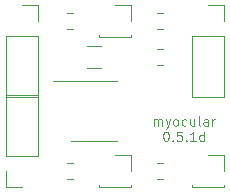
<source format=gto>
%TF.GenerationSoftware,KiCad,Pcbnew,5.1.5+dfsg1-2build2*%
%TF.CreationDate,2021-05-01T03:04:30+02:00*%
%TF.ProjectId,myocular0.5.1d,6d796f63-756c-4617-9230-2e352e31642e,rev?*%
%TF.SameCoordinates,Original*%
%TF.FileFunction,Legend,Top*%
%TF.FilePolarity,Positive*%
%FSLAX46Y46*%
G04 Gerber Fmt 4.6, Leading zero omitted, Abs format (unit mm)*
G04 Created by KiCad (PCBNEW 5.1.5+dfsg1-2build2) date 2021-05-01 03:04:30*
%MOMM*%
%LPD*%
G04 APERTURE LIST*
%ADD10C,0.100000*%
%ADD11C,0.120000*%
%ADD12C,0.150000*%
%ADD13R,1.700000X1.700000*%
%ADD14O,1.700000X1.700000*%
G04 APERTURE END LIST*
D10*
X32010666Y-29175904D02*
X32010666Y-28642571D01*
X32010666Y-28718761D02*
X32048761Y-28680666D01*
X32124952Y-28642571D01*
X32239238Y-28642571D01*
X32315428Y-28680666D01*
X32353523Y-28756857D01*
X32353523Y-29175904D01*
X32353523Y-28756857D02*
X32391619Y-28680666D01*
X32467809Y-28642571D01*
X32582095Y-28642571D01*
X32658285Y-28680666D01*
X32696380Y-28756857D01*
X32696380Y-29175904D01*
X33001142Y-28642571D02*
X33191619Y-29175904D01*
X33382095Y-28642571D02*
X33191619Y-29175904D01*
X33115428Y-29366380D01*
X33077333Y-29404476D01*
X33001142Y-29442571D01*
X33801142Y-29175904D02*
X33724952Y-29137809D01*
X33686857Y-29099714D01*
X33648761Y-29023523D01*
X33648761Y-28794952D01*
X33686857Y-28718761D01*
X33724952Y-28680666D01*
X33801142Y-28642571D01*
X33915428Y-28642571D01*
X33991619Y-28680666D01*
X34029714Y-28718761D01*
X34067809Y-28794952D01*
X34067809Y-29023523D01*
X34029714Y-29099714D01*
X33991619Y-29137809D01*
X33915428Y-29175904D01*
X33801142Y-29175904D01*
X34753523Y-29137809D02*
X34677333Y-29175904D01*
X34524952Y-29175904D01*
X34448761Y-29137809D01*
X34410666Y-29099714D01*
X34372571Y-29023523D01*
X34372571Y-28794952D01*
X34410666Y-28718761D01*
X34448761Y-28680666D01*
X34524952Y-28642571D01*
X34677333Y-28642571D01*
X34753523Y-28680666D01*
X35439238Y-28642571D02*
X35439238Y-29175904D01*
X35096380Y-28642571D02*
X35096380Y-29061619D01*
X35134476Y-29137809D01*
X35210666Y-29175904D01*
X35324952Y-29175904D01*
X35401142Y-29137809D01*
X35439238Y-29099714D01*
X35934476Y-29175904D02*
X35858285Y-29137809D01*
X35820190Y-29061619D01*
X35820190Y-28375904D01*
X36582095Y-29175904D02*
X36582095Y-28756857D01*
X36544000Y-28680666D01*
X36467809Y-28642571D01*
X36315428Y-28642571D01*
X36239238Y-28680666D01*
X36582095Y-29137809D02*
X36505904Y-29175904D01*
X36315428Y-29175904D01*
X36239238Y-29137809D01*
X36201142Y-29061619D01*
X36201142Y-28985428D01*
X36239238Y-28909238D01*
X36315428Y-28871142D01*
X36505904Y-28871142D01*
X36582095Y-28833047D01*
X36963047Y-29175904D02*
X36963047Y-28642571D01*
X36963047Y-28794952D02*
X37001142Y-28718761D01*
X37039238Y-28680666D01*
X37115428Y-28642571D01*
X37191619Y-28642571D01*
X33001142Y-29675904D02*
X33077333Y-29675904D01*
X33153523Y-29714000D01*
X33191619Y-29752095D01*
X33229714Y-29828285D01*
X33267809Y-29980666D01*
X33267809Y-30171142D01*
X33229714Y-30323523D01*
X33191619Y-30399714D01*
X33153523Y-30437809D01*
X33077333Y-30475904D01*
X33001142Y-30475904D01*
X32924952Y-30437809D01*
X32886857Y-30399714D01*
X32848761Y-30323523D01*
X32810666Y-30171142D01*
X32810666Y-29980666D01*
X32848761Y-29828285D01*
X32886857Y-29752095D01*
X32924952Y-29714000D01*
X33001142Y-29675904D01*
X33610666Y-30399714D02*
X33648761Y-30437809D01*
X33610666Y-30475904D01*
X33572571Y-30437809D01*
X33610666Y-30399714D01*
X33610666Y-30475904D01*
X34372571Y-29675904D02*
X33991619Y-29675904D01*
X33953523Y-30056857D01*
X33991619Y-30018761D01*
X34067809Y-29980666D01*
X34258285Y-29980666D01*
X34334476Y-30018761D01*
X34372571Y-30056857D01*
X34410666Y-30133047D01*
X34410666Y-30323523D01*
X34372571Y-30399714D01*
X34334476Y-30437809D01*
X34258285Y-30475904D01*
X34067809Y-30475904D01*
X33991619Y-30437809D01*
X33953523Y-30399714D01*
X34753523Y-30399714D02*
X34791619Y-30437809D01*
X34753523Y-30475904D01*
X34715428Y-30437809D01*
X34753523Y-30399714D01*
X34753523Y-30475904D01*
X35553523Y-30475904D02*
X35096380Y-30475904D01*
X35324952Y-30475904D02*
X35324952Y-29675904D01*
X35248761Y-29790190D01*
X35172571Y-29866380D01*
X35096380Y-29904476D01*
X36239238Y-30475904D02*
X36239238Y-29675904D01*
X36239238Y-30437809D02*
X36163047Y-30475904D01*
X36010666Y-30475904D01*
X35934476Y-30437809D01*
X35896380Y-30399714D01*
X35858285Y-30323523D01*
X35858285Y-30094952D01*
X35896380Y-30018761D01*
X35934476Y-29980666D01*
X36010666Y-29942571D01*
X36163047Y-29942571D01*
X36239238Y-29980666D01*
D11*
X22158000Y-31750000D02*
X19498000Y-31750000D01*
X22158000Y-31750000D02*
X22158000Y-26610000D01*
X22158000Y-26610000D02*
X19498000Y-26610000D01*
X19498000Y-31750000D02*
X19498000Y-26610000D01*
X19498000Y-34350000D02*
X19498000Y-33020000D01*
X20828000Y-34350000D02*
X19498000Y-34350000D01*
X19498000Y-21590000D02*
X22158000Y-21590000D01*
X19498000Y-21590000D02*
X19498000Y-26730000D01*
X19498000Y-26730000D02*
X22158000Y-26730000D01*
X22158000Y-21590000D02*
X22158000Y-26730000D01*
X22158000Y-18990000D02*
X22158000Y-20320000D01*
X20828000Y-18990000D02*
X22158000Y-18990000D01*
X28702000Y-31690000D02*
X30032000Y-31690000D01*
X30032000Y-31690000D02*
X30032000Y-33020000D01*
X30032000Y-34230000D02*
X30032000Y-34350000D01*
X27372000Y-34230000D02*
X27372000Y-34350000D01*
X27372000Y-34350000D02*
X30032000Y-34350000D01*
X26924000Y-30500000D02*
X28874000Y-30500000D01*
X26924000Y-30500000D02*
X24974000Y-30500000D01*
X26924000Y-25380000D02*
X28874000Y-25380000D01*
X26924000Y-25380000D02*
X23474000Y-25380000D01*
X27372000Y-21650000D02*
X30032000Y-21650000D01*
X27372000Y-21530000D02*
X27372000Y-21650000D01*
X30032000Y-21530000D02*
X30032000Y-21650000D01*
X30032000Y-18990000D02*
X30032000Y-20320000D01*
X28702000Y-18990000D02*
X30032000Y-18990000D01*
X36576000Y-18990000D02*
X37906000Y-18990000D01*
X37906000Y-18990000D02*
X37906000Y-20320000D01*
X37906000Y-21590000D02*
X37906000Y-26730000D01*
X35246000Y-26730000D02*
X37906000Y-26730000D01*
X35246000Y-21590000D02*
X35246000Y-26730000D01*
X35246000Y-21590000D02*
X37906000Y-21590000D01*
X35246000Y-34350000D02*
X37906000Y-34350000D01*
X35246000Y-34230000D02*
X35246000Y-34350000D01*
X37906000Y-34230000D02*
X37906000Y-34350000D01*
X37906000Y-31690000D02*
X37906000Y-33020000D01*
X36576000Y-31690000D02*
X37906000Y-31690000D01*
X32253422Y-32310000D02*
X32770578Y-32310000D01*
X32253422Y-33730000D02*
X32770578Y-33730000D01*
X32253422Y-19610000D02*
X32770578Y-19610000D01*
X32253422Y-21030000D02*
X32770578Y-21030000D01*
X26321936Y-22458000D02*
X27526064Y-22458000D01*
X26321936Y-24278000D02*
X27526064Y-24278000D01*
X24633422Y-32310000D02*
X25150578Y-32310000D01*
X24633422Y-33730000D02*
X25150578Y-33730000D01*
X32253422Y-22658000D02*
X32770578Y-22658000D01*
X32253422Y-24078000D02*
X32770578Y-24078000D01*
X24633422Y-21030000D02*
X25150578Y-21030000D01*
X24633422Y-19610000D02*
X25150578Y-19610000D01*
D12*
%LPC*%
D13*
X20828000Y-33020000D03*
D14*
X20828000Y-30480000D03*
X20828000Y-27940000D03*
D13*
X20828000Y-20320000D03*
D14*
X20828000Y-22860000D03*
X20828000Y-25400000D03*
D13*
X28702000Y-33020000D03*
D10*
G36*
X25288703Y-25735722D02*
G01*
X25303264Y-25737882D01*
X25317543Y-25741459D01*
X25331403Y-25746418D01*
X25344710Y-25752712D01*
X25357336Y-25760280D01*
X25369159Y-25769048D01*
X25380066Y-25778934D01*
X25389952Y-25789841D01*
X25398720Y-25801664D01*
X25406288Y-25814290D01*
X25412582Y-25827597D01*
X25417541Y-25841457D01*
X25421118Y-25855736D01*
X25423278Y-25870297D01*
X25424000Y-25885000D01*
X25424000Y-26185000D01*
X25423278Y-26199703D01*
X25421118Y-26214264D01*
X25417541Y-26228543D01*
X25412582Y-26242403D01*
X25406288Y-26255710D01*
X25398720Y-26268336D01*
X25389952Y-26280159D01*
X25380066Y-26291066D01*
X25369159Y-26300952D01*
X25357336Y-26309720D01*
X25344710Y-26317288D01*
X25331403Y-26323582D01*
X25317543Y-26328541D01*
X25303264Y-26332118D01*
X25288703Y-26334278D01*
X25274000Y-26335000D01*
X23624000Y-26335000D01*
X23609297Y-26334278D01*
X23594736Y-26332118D01*
X23580457Y-26328541D01*
X23566597Y-26323582D01*
X23553290Y-26317288D01*
X23540664Y-26309720D01*
X23528841Y-26300952D01*
X23517934Y-26291066D01*
X23508048Y-26280159D01*
X23499280Y-26268336D01*
X23491712Y-26255710D01*
X23485418Y-26242403D01*
X23480459Y-26228543D01*
X23476882Y-26214264D01*
X23474722Y-26199703D01*
X23474000Y-26185000D01*
X23474000Y-25885000D01*
X23474722Y-25870297D01*
X23476882Y-25855736D01*
X23480459Y-25841457D01*
X23485418Y-25827597D01*
X23491712Y-25814290D01*
X23499280Y-25801664D01*
X23508048Y-25789841D01*
X23517934Y-25778934D01*
X23528841Y-25769048D01*
X23540664Y-25760280D01*
X23553290Y-25752712D01*
X23566597Y-25746418D01*
X23580457Y-25741459D01*
X23594736Y-25737882D01*
X23609297Y-25735722D01*
X23624000Y-25735000D01*
X25274000Y-25735000D01*
X25288703Y-25735722D01*
G37*
G36*
X25288703Y-27005722D02*
G01*
X25303264Y-27007882D01*
X25317543Y-27011459D01*
X25331403Y-27016418D01*
X25344710Y-27022712D01*
X25357336Y-27030280D01*
X25369159Y-27039048D01*
X25380066Y-27048934D01*
X25389952Y-27059841D01*
X25398720Y-27071664D01*
X25406288Y-27084290D01*
X25412582Y-27097597D01*
X25417541Y-27111457D01*
X25421118Y-27125736D01*
X25423278Y-27140297D01*
X25424000Y-27155000D01*
X25424000Y-27455000D01*
X25423278Y-27469703D01*
X25421118Y-27484264D01*
X25417541Y-27498543D01*
X25412582Y-27512403D01*
X25406288Y-27525710D01*
X25398720Y-27538336D01*
X25389952Y-27550159D01*
X25380066Y-27561066D01*
X25369159Y-27570952D01*
X25357336Y-27579720D01*
X25344710Y-27587288D01*
X25331403Y-27593582D01*
X25317543Y-27598541D01*
X25303264Y-27602118D01*
X25288703Y-27604278D01*
X25274000Y-27605000D01*
X23624000Y-27605000D01*
X23609297Y-27604278D01*
X23594736Y-27602118D01*
X23580457Y-27598541D01*
X23566597Y-27593582D01*
X23553290Y-27587288D01*
X23540664Y-27579720D01*
X23528841Y-27570952D01*
X23517934Y-27561066D01*
X23508048Y-27550159D01*
X23499280Y-27538336D01*
X23491712Y-27525710D01*
X23485418Y-27512403D01*
X23480459Y-27498543D01*
X23476882Y-27484264D01*
X23474722Y-27469703D01*
X23474000Y-27455000D01*
X23474000Y-27155000D01*
X23474722Y-27140297D01*
X23476882Y-27125736D01*
X23480459Y-27111457D01*
X23485418Y-27097597D01*
X23491712Y-27084290D01*
X23499280Y-27071664D01*
X23508048Y-27059841D01*
X23517934Y-27048934D01*
X23528841Y-27039048D01*
X23540664Y-27030280D01*
X23553290Y-27022712D01*
X23566597Y-27016418D01*
X23580457Y-27011459D01*
X23594736Y-27007882D01*
X23609297Y-27005722D01*
X23624000Y-27005000D01*
X25274000Y-27005000D01*
X25288703Y-27005722D01*
G37*
G36*
X25288703Y-28275722D02*
G01*
X25303264Y-28277882D01*
X25317543Y-28281459D01*
X25331403Y-28286418D01*
X25344710Y-28292712D01*
X25357336Y-28300280D01*
X25369159Y-28309048D01*
X25380066Y-28318934D01*
X25389952Y-28329841D01*
X25398720Y-28341664D01*
X25406288Y-28354290D01*
X25412582Y-28367597D01*
X25417541Y-28381457D01*
X25421118Y-28395736D01*
X25423278Y-28410297D01*
X25424000Y-28425000D01*
X25424000Y-28725000D01*
X25423278Y-28739703D01*
X25421118Y-28754264D01*
X25417541Y-28768543D01*
X25412582Y-28782403D01*
X25406288Y-28795710D01*
X25398720Y-28808336D01*
X25389952Y-28820159D01*
X25380066Y-28831066D01*
X25369159Y-28840952D01*
X25357336Y-28849720D01*
X25344710Y-28857288D01*
X25331403Y-28863582D01*
X25317543Y-28868541D01*
X25303264Y-28872118D01*
X25288703Y-28874278D01*
X25274000Y-28875000D01*
X23624000Y-28875000D01*
X23609297Y-28874278D01*
X23594736Y-28872118D01*
X23580457Y-28868541D01*
X23566597Y-28863582D01*
X23553290Y-28857288D01*
X23540664Y-28849720D01*
X23528841Y-28840952D01*
X23517934Y-28831066D01*
X23508048Y-28820159D01*
X23499280Y-28808336D01*
X23491712Y-28795710D01*
X23485418Y-28782403D01*
X23480459Y-28768543D01*
X23476882Y-28754264D01*
X23474722Y-28739703D01*
X23474000Y-28725000D01*
X23474000Y-28425000D01*
X23474722Y-28410297D01*
X23476882Y-28395736D01*
X23480459Y-28381457D01*
X23485418Y-28367597D01*
X23491712Y-28354290D01*
X23499280Y-28341664D01*
X23508048Y-28329841D01*
X23517934Y-28318934D01*
X23528841Y-28309048D01*
X23540664Y-28300280D01*
X23553290Y-28292712D01*
X23566597Y-28286418D01*
X23580457Y-28281459D01*
X23594736Y-28277882D01*
X23609297Y-28275722D01*
X23624000Y-28275000D01*
X25274000Y-28275000D01*
X25288703Y-28275722D01*
G37*
G36*
X25288703Y-29545722D02*
G01*
X25303264Y-29547882D01*
X25317543Y-29551459D01*
X25331403Y-29556418D01*
X25344710Y-29562712D01*
X25357336Y-29570280D01*
X25369159Y-29579048D01*
X25380066Y-29588934D01*
X25389952Y-29599841D01*
X25398720Y-29611664D01*
X25406288Y-29624290D01*
X25412582Y-29637597D01*
X25417541Y-29651457D01*
X25421118Y-29665736D01*
X25423278Y-29680297D01*
X25424000Y-29695000D01*
X25424000Y-29995000D01*
X25423278Y-30009703D01*
X25421118Y-30024264D01*
X25417541Y-30038543D01*
X25412582Y-30052403D01*
X25406288Y-30065710D01*
X25398720Y-30078336D01*
X25389952Y-30090159D01*
X25380066Y-30101066D01*
X25369159Y-30110952D01*
X25357336Y-30119720D01*
X25344710Y-30127288D01*
X25331403Y-30133582D01*
X25317543Y-30138541D01*
X25303264Y-30142118D01*
X25288703Y-30144278D01*
X25274000Y-30145000D01*
X23624000Y-30145000D01*
X23609297Y-30144278D01*
X23594736Y-30142118D01*
X23580457Y-30138541D01*
X23566597Y-30133582D01*
X23553290Y-30127288D01*
X23540664Y-30119720D01*
X23528841Y-30110952D01*
X23517934Y-30101066D01*
X23508048Y-30090159D01*
X23499280Y-30078336D01*
X23491712Y-30065710D01*
X23485418Y-30052403D01*
X23480459Y-30038543D01*
X23476882Y-30024264D01*
X23474722Y-30009703D01*
X23474000Y-29995000D01*
X23474000Y-29695000D01*
X23474722Y-29680297D01*
X23476882Y-29665736D01*
X23480459Y-29651457D01*
X23485418Y-29637597D01*
X23491712Y-29624290D01*
X23499280Y-29611664D01*
X23508048Y-29599841D01*
X23517934Y-29588934D01*
X23528841Y-29579048D01*
X23540664Y-29570280D01*
X23553290Y-29562712D01*
X23566597Y-29556418D01*
X23580457Y-29551459D01*
X23594736Y-29547882D01*
X23609297Y-29545722D01*
X23624000Y-29545000D01*
X25274000Y-29545000D01*
X25288703Y-29545722D01*
G37*
G36*
X30238703Y-29545722D02*
G01*
X30253264Y-29547882D01*
X30267543Y-29551459D01*
X30281403Y-29556418D01*
X30294710Y-29562712D01*
X30307336Y-29570280D01*
X30319159Y-29579048D01*
X30330066Y-29588934D01*
X30339952Y-29599841D01*
X30348720Y-29611664D01*
X30356288Y-29624290D01*
X30362582Y-29637597D01*
X30367541Y-29651457D01*
X30371118Y-29665736D01*
X30373278Y-29680297D01*
X30374000Y-29695000D01*
X30374000Y-29995000D01*
X30373278Y-30009703D01*
X30371118Y-30024264D01*
X30367541Y-30038543D01*
X30362582Y-30052403D01*
X30356288Y-30065710D01*
X30348720Y-30078336D01*
X30339952Y-30090159D01*
X30330066Y-30101066D01*
X30319159Y-30110952D01*
X30307336Y-30119720D01*
X30294710Y-30127288D01*
X30281403Y-30133582D01*
X30267543Y-30138541D01*
X30253264Y-30142118D01*
X30238703Y-30144278D01*
X30224000Y-30145000D01*
X28574000Y-30145000D01*
X28559297Y-30144278D01*
X28544736Y-30142118D01*
X28530457Y-30138541D01*
X28516597Y-30133582D01*
X28503290Y-30127288D01*
X28490664Y-30119720D01*
X28478841Y-30110952D01*
X28467934Y-30101066D01*
X28458048Y-30090159D01*
X28449280Y-30078336D01*
X28441712Y-30065710D01*
X28435418Y-30052403D01*
X28430459Y-30038543D01*
X28426882Y-30024264D01*
X28424722Y-30009703D01*
X28424000Y-29995000D01*
X28424000Y-29695000D01*
X28424722Y-29680297D01*
X28426882Y-29665736D01*
X28430459Y-29651457D01*
X28435418Y-29637597D01*
X28441712Y-29624290D01*
X28449280Y-29611664D01*
X28458048Y-29599841D01*
X28467934Y-29588934D01*
X28478841Y-29579048D01*
X28490664Y-29570280D01*
X28503290Y-29562712D01*
X28516597Y-29556418D01*
X28530457Y-29551459D01*
X28544736Y-29547882D01*
X28559297Y-29545722D01*
X28574000Y-29545000D01*
X30224000Y-29545000D01*
X30238703Y-29545722D01*
G37*
G36*
X30238703Y-28275722D02*
G01*
X30253264Y-28277882D01*
X30267543Y-28281459D01*
X30281403Y-28286418D01*
X30294710Y-28292712D01*
X30307336Y-28300280D01*
X30319159Y-28309048D01*
X30330066Y-28318934D01*
X30339952Y-28329841D01*
X30348720Y-28341664D01*
X30356288Y-28354290D01*
X30362582Y-28367597D01*
X30367541Y-28381457D01*
X30371118Y-28395736D01*
X30373278Y-28410297D01*
X30374000Y-28425000D01*
X30374000Y-28725000D01*
X30373278Y-28739703D01*
X30371118Y-28754264D01*
X30367541Y-28768543D01*
X30362582Y-28782403D01*
X30356288Y-28795710D01*
X30348720Y-28808336D01*
X30339952Y-28820159D01*
X30330066Y-28831066D01*
X30319159Y-28840952D01*
X30307336Y-28849720D01*
X30294710Y-28857288D01*
X30281403Y-28863582D01*
X30267543Y-28868541D01*
X30253264Y-28872118D01*
X30238703Y-28874278D01*
X30224000Y-28875000D01*
X28574000Y-28875000D01*
X28559297Y-28874278D01*
X28544736Y-28872118D01*
X28530457Y-28868541D01*
X28516597Y-28863582D01*
X28503290Y-28857288D01*
X28490664Y-28849720D01*
X28478841Y-28840952D01*
X28467934Y-28831066D01*
X28458048Y-28820159D01*
X28449280Y-28808336D01*
X28441712Y-28795710D01*
X28435418Y-28782403D01*
X28430459Y-28768543D01*
X28426882Y-28754264D01*
X28424722Y-28739703D01*
X28424000Y-28725000D01*
X28424000Y-28425000D01*
X28424722Y-28410297D01*
X28426882Y-28395736D01*
X28430459Y-28381457D01*
X28435418Y-28367597D01*
X28441712Y-28354290D01*
X28449280Y-28341664D01*
X28458048Y-28329841D01*
X28467934Y-28318934D01*
X28478841Y-28309048D01*
X28490664Y-28300280D01*
X28503290Y-28292712D01*
X28516597Y-28286418D01*
X28530457Y-28281459D01*
X28544736Y-28277882D01*
X28559297Y-28275722D01*
X28574000Y-28275000D01*
X30224000Y-28275000D01*
X30238703Y-28275722D01*
G37*
G36*
X30238703Y-27005722D02*
G01*
X30253264Y-27007882D01*
X30267543Y-27011459D01*
X30281403Y-27016418D01*
X30294710Y-27022712D01*
X30307336Y-27030280D01*
X30319159Y-27039048D01*
X30330066Y-27048934D01*
X30339952Y-27059841D01*
X30348720Y-27071664D01*
X30356288Y-27084290D01*
X30362582Y-27097597D01*
X30367541Y-27111457D01*
X30371118Y-27125736D01*
X30373278Y-27140297D01*
X30374000Y-27155000D01*
X30374000Y-27455000D01*
X30373278Y-27469703D01*
X30371118Y-27484264D01*
X30367541Y-27498543D01*
X30362582Y-27512403D01*
X30356288Y-27525710D01*
X30348720Y-27538336D01*
X30339952Y-27550159D01*
X30330066Y-27561066D01*
X30319159Y-27570952D01*
X30307336Y-27579720D01*
X30294710Y-27587288D01*
X30281403Y-27593582D01*
X30267543Y-27598541D01*
X30253264Y-27602118D01*
X30238703Y-27604278D01*
X30224000Y-27605000D01*
X28574000Y-27605000D01*
X28559297Y-27604278D01*
X28544736Y-27602118D01*
X28530457Y-27598541D01*
X28516597Y-27593582D01*
X28503290Y-27587288D01*
X28490664Y-27579720D01*
X28478841Y-27570952D01*
X28467934Y-27561066D01*
X28458048Y-27550159D01*
X28449280Y-27538336D01*
X28441712Y-27525710D01*
X28435418Y-27512403D01*
X28430459Y-27498543D01*
X28426882Y-27484264D01*
X28424722Y-27469703D01*
X28424000Y-27455000D01*
X28424000Y-27155000D01*
X28424722Y-27140297D01*
X28426882Y-27125736D01*
X28430459Y-27111457D01*
X28435418Y-27097597D01*
X28441712Y-27084290D01*
X28449280Y-27071664D01*
X28458048Y-27059841D01*
X28467934Y-27048934D01*
X28478841Y-27039048D01*
X28490664Y-27030280D01*
X28503290Y-27022712D01*
X28516597Y-27016418D01*
X28530457Y-27011459D01*
X28544736Y-27007882D01*
X28559297Y-27005722D01*
X28574000Y-27005000D01*
X30224000Y-27005000D01*
X30238703Y-27005722D01*
G37*
G36*
X30238703Y-25735722D02*
G01*
X30253264Y-25737882D01*
X30267543Y-25741459D01*
X30281403Y-25746418D01*
X30294710Y-25752712D01*
X30307336Y-25760280D01*
X30319159Y-25769048D01*
X30330066Y-25778934D01*
X30339952Y-25789841D01*
X30348720Y-25801664D01*
X30356288Y-25814290D01*
X30362582Y-25827597D01*
X30367541Y-25841457D01*
X30371118Y-25855736D01*
X30373278Y-25870297D01*
X30374000Y-25885000D01*
X30374000Y-26185000D01*
X30373278Y-26199703D01*
X30371118Y-26214264D01*
X30367541Y-26228543D01*
X30362582Y-26242403D01*
X30356288Y-26255710D01*
X30348720Y-26268336D01*
X30339952Y-26280159D01*
X30330066Y-26291066D01*
X30319159Y-26300952D01*
X30307336Y-26309720D01*
X30294710Y-26317288D01*
X30281403Y-26323582D01*
X30267543Y-26328541D01*
X30253264Y-26332118D01*
X30238703Y-26334278D01*
X30224000Y-26335000D01*
X28574000Y-26335000D01*
X28559297Y-26334278D01*
X28544736Y-26332118D01*
X28530457Y-26328541D01*
X28516597Y-26323582D01*
X28503290Y-26317288D01*
X28490664Y-26309720D01*
X28478841Y-26300952D01*
X28467934Y-26291066D01*
X28458048Y-26280159D01*
X28449280Y-26268336D01*
X28441712Y-26255710D01*
X28435418Y-26242403D01*
X28430459Y-26228543D01*
X28426882Y-26214264D01*
X28424722Y-26199703D01*
X28424000Y-26185000D01*
X28424000Y-25885000D01*
X28424722Y-25870297D01*
X28426882Y-25855736D01*
X28430459Y-25841457D01*
X28435418Y-25827597D01*
X28441712Y-25814290D01*
X28449280Y-25801664D01*
X28458048Y-25789841D01*
X28467934Y-25778934D01*
X28478841Y-25769048D01*
X28490664Y-25760280D01*
X28503290Y-25752712D01*
X28516597Y-25746418D01*
X28530457Y-25741459D01*
X28544736Y-25737882D01*
X28559297Y-25735722D01*
X28574000Y-25735000D01*
X30224000Y-25735000D01*
X30238703Y-25735722D01*
G37*
D13*
X28702000Y-20320000D03*
D14*
X36576000Y-25400000D03*
X36576000Y-22860000D03*
D13*
X36576000Y-20320000D03*
X36576000Y-33020000D03*
D10*
G36*
X31842142Y-32321174D02*
G01*
X31865803Y-32324684D01*
X31889007Y-32330496D01*
X31911529Y-32338554D01*
X31933153Y-32348782D01*
X31953670Y-32361079D01*
X31972883Y-32375329D01*
X31990607Y-32391393D01*
X32006671Y-32409117D01*
X32020921Y-32428330D01*
X32033218Y-32448847D01*
X32043446Y-32470471D01*
X32051504Y-32492993D01*
X32057316Y-32516197D01*
X32060826Y-32539858D01*
X32062000Y-32563750D01*
X32062000Y-33476250D01*
X32060826Y-33500142D01*
X32057316Y-33523803D01*
X32051504Y-33547007D01*
X32043446Y-33569529D01*
X32033218Y-33591153D01*
X32020921Y-33611670D01*
X32006671Y-33630883D01*
X31990607Y-33648607D01*
X31972883Y-33664671D01*
X31953670Y-33678921D01*
X31933153Y-33691218D01*
X31911529Y-33701446D01*
X31889007Y-33709504D01*
X31865803Y-33715316D01*
X31842142Y-33718826D01*
X31818250Y-33720000D01*
X31330750Y-33720000D01*
X31306858Y-33718826D01*
X31283197Y-33715316D01*
X31259993Y-33709504D01*
X31237471Y-33701446D01*
X31215847Y-33691218D01*
X31195330Y-33678921D01*
X31176117Y-33664671D01*
X31158393Y-33648607D01*
X31142329Y-33630883D01*
X31128079Y-33611670D01*
X31115782Y-33591153D01*
X31105554Y-33569529D01*
X31097496Y-33547007D01*
X31091684Y-33523803D01*
X31088174Y-33500142D01*
X31087000Y-33476250D01*
X31087000Y-32563750D01*
X31088174Y-32539858D01*
X31091684Y-32516197D01*
X31097496Y-32492993D01*
X31105554Y-32470471D01*
X31115782Y-32448847D01*
X31128079Y-32428330D01*
X31142329Y-32409117D01*
X31158393Y-32391393D01*
X31176117Y-32375329D01*
X31195330Y-32361079D01*
X31215847Y-32348782D01*
X31237471Y-32338554D01*
X31259993Y-32330496D01*
X31283197Y-32324684D01*
X31306858Y-32321174D01*
X31330750Y-32320000D01*
X31818250Y-32320000D01*
X31842142Y-32321174D01*
G37*
G36*
X33717142Y-32321174D02*
G01*
X33740803Y-32324684D01*
X33764007Y-32330496D01*
X33786529Y-32338554D01*
X33808153Y-32348782D01*
X33828670Y-32361079D01*
X33847883Y-32375329D01*
X33865607Y-32391393D01*
X33881671Y-32409117D01*
X33895921Y-32428330D01*
X33908218Y-32448847D01*
X33918446Y-32470471D01*
X33926504Y-32492993D01*
X33932316Y-32516197D01*
X33935826Y-32539858D01*
X33937000Y-32563750D01*
X33937000Y-33476250D01*
X33935826Y-33500142D01*
X33932316Y-33523803D01*
X33926504Y-33547007D01*
X33918446Y-33569529D01*
X33908218Y-33591153D01*
X33895921Y-33611670D01*
X33881671Y-33630883D01*
X33865607Y-33648607D01*
X33847883Y-33664671D01*
X33828670Y-33678921D01*
X33808153Y-33691218D01*
X33786529Y-33701446D01*
X33764007Y-33709504D01*
X33740803Y-33715316D01*
X33717142Y-33718826D01*
X33693250Y-33720000D01*
X33205750Y-33720000D01*
X33181858Y-33718826D01*
X33158197Y-33715316D01*
X33134993Y-33709504D01*
X33112471Y-33701446D01*
X33090847Y-33691218D01*
X33070330Y-33678921D01*
X33051117Y-33664671D01*
X33033393Y-33648607D01*
X33017329Y-33630883D01*
X33003079Y-33611670D01*
X32990782Y-33591153D01*
X32980554Y-33569529D01*
X32972496Y-33547007D01*
X32966684Y-33523803D01*
X32963174Y-33500142D01*
X32962000Y-33476250D01*
X32962000Y-32563750D01*
X32963174Y-32539858D01*
X32966684Y-32516197D01*
X32972496Y-32492993D01*
X32980554Y-32470471D01*
X32990782Y-32448847D01*
X33003079Y-32428330D01*
X33017329Y-32409117D01*
X33033393Y-32391393D01*
X33051117Y-32375329D01*
X33070330Y-32361079D01*
X33090847Y-32348782D01*
X33112471Y-32338554D01*
X33134993Y-32330496D01*
X33158197Y-32324684D01*
X33181858Y-32321174D01*
X33205750Y-32320000D01*
X33693250Y-32320000D01*
X33717142Y-32321174D01*
G37*
G36*
X31842142Y-19621174D02*
G01*
X31865803Y-19624684D01*
X31889007Y-19630496D01*
X31911529Y-19638554D01*
X31933153Y-19648782D01*
X31953670Y-19661079D01*
X31972883Y-19675329D01*
X31990607Y-19691393D01*
X32006671Y-19709117D01*
X32020921Y-19728330D01*
X32033218Y-19748847D01*
X32043446Y-19770471D01*
X32051504Y-19792993D01*
X32057316Y-19816197D01*
X32060826Y-19839858D01*
X32062000Y-19863750D01*
X32062000Y-20776250D01*
X32060826Y-20800142D01*
X32057316Y-20823803D01*
X32051504Y-20847007D01*
X32043446Y-20869529D01*
X32033218Y-20891153D01*
X32020921Y-20911670D01*
X32006671Y-20930883D01*
X31990607Y-20948607D01*
X31972883Y-20964671D01*
X31953670Y-20978921D01*
X31933153Y-20991218D01*
X31911529Y-21001446D01*
X31889007Y-21009504D01*
X31865803Y-21015316D01*
X31842142Y-21018826D01*
X31818250Y-21020000D01*
X31330750Y-21020000D01*
X31306858Y-21018826D01*
X31283197Y-21015316D01*
X31259993Y-21009504D01*
X31237471Y-21001446D01*
X31215847Y-20991218D01*
X31195330Y-20978921D01*
X31176117Y-20964671D01*
X31158393Y-20948607D01*
X31142329Y-20930883D01*
X31128079Y-20911670D01*
X31115782Y-20891153D01*
X31105554Y-20869529D01*
X31097496Y-20847007D01*
X31091684Y-20823803D01*
X31088174Y-20800142D01*
X31087000Y-20776250D01*
X31087000Y-19863750D01*
X31088174Y-19839858D01*
X31091684Y-19816197D01*
X31097496Y-19792993D01*
X31105554Y-19770471D01*
X31115782Y-19748847D01*
X31128079Y-19728330D01*
X31142329Y-19709117D01*
X31158393Y-19691393D01*
X31176117Y-19675329D01*
X31195330Y-19661079D01*
X31215847Y-19648782D01*
X31237471Y-19638554D01*
X31259993Y-19630496D01*
X31283197Y-19624684D01*
X31306858Y-19621174D01*
X31330750Y-19620000D01*
X31818250Y-19620000D01*
X31842142Y-19621174D01*
G37*
G36*
X33717142Y-19621174D02*
G01*
X33740803Y-19624684D01*
X33764007Y-19630496D01*
X33786529Y-19638554D01*
X33808153Y-19648782D01*
X33828670Y-19661079D01*
X33847883Y-19675329D01*
X33865607Y-19691393D01*
X33881671Y-19709117D01*
X33895921Y-19728330D01*
X33908218Y-19748847D01*
X33918446Y-19770471D01*
X33926504Y-19792993D01*
X33932316Y-19816197D01*
X33935826Y-19839858D01*
X33937000Y-19863750D01*
X33937000Y-20776250D01*
X33935826Y-20800142D01*
X33932316Y-20823803D01*
X33926504Y-20847007D01*
X33918446Y-20869529D01*
X33908218Y-20891153D01*
X33895921Y-20911670D01*
X33881671Y-20930883D01*
X33865607Y-20948607D01*
X33847883Y-20964671D01*
X33828670Y-20978921D01*
X33808153Y-20991218D01*
X33786529Y-21001446D01*
X33764007Y-21009504D01*
X33740803Y-21015316D01*
X33717142Y-21018826D01*
X33693250Y-21020000D01*
X33205750Y-21020000D01*
X33181858Y-21018826D01*
X33158197Y-21015316D01*
X33134993Y-21009504D01*
X33112471Y-21001446D01*
X33090847Y-20991218D01*
X33070330Y-20978921D01*
X33051117Y-20964671D01*
X33033393Y-20948607D01*
X33017329Y-20930883D01*
X33003079Y-20911670D01*
X32990782Y-20891153D01*
X32980554Y-20869529D01*
X32972496Y-20847007D01*
X32966684Y-20823803D01*
X32963174Y-20800142D01*
X32962000Y-20776250D01*
X32962000Y-19863750D01*
X32963174Y-19839858D01*
X32966684Y-19816197D01*
X32972496Y-19792993D01*
X32980554Y-19770471D01*
X32990782Y-19748847D01*
X33003079Y-19728330D01*
X33017329Y-19709117D01*
X33033393Y-19691393D01*
X33051117Y-19675329D01*
X33070330Y-19661079D01*
X33090847Y-19648782D01*
X33112471Y-19638554D01*
X33134993Y-19630496D01*
X33158197Y-19624684D01*
X33181858Y-19621174D01*
X33205750Y-19620000D01*
X33693250Y-19620000D01*
X33717142Y-19621174D01*
G37*
G36*
X25923504Y-22494204D02*
G01*
X25947773Y-22497804D01*
X25971571Y-22503765D01*
X25994671Y-22512030D01*
X26016849Y-22522520D01*
X26037893Y-22535133D01*
X26057598Y-22549747D01*
X26075777Y-22566223D01*
X26092253Y-22584402D01*
X26106867Y-22604107D01*
X26119480Y-22625151D01*
X26129970Y-22647329D01*
X26138235Y-22670429D01*
X26144196Y-22694227D01*
X26147796Y-22718496D01*
X26149000Y-22743000D01*
X26149000Y-23993000D01*
X26147796Y-24017504D01*
X26144196Y-24041773D01*
X26138235Y-24065571D01*
X26129970Y-24088671D01*
X26119480Y-24110849D01*
X26106867Y-24131893D01*
X26092253Y-24151598D01*
X26075777Y-24169777D01*
X26057598Y-24186253D01*
X26037893Y-24200867D01*
X26016849Y-24213480D01*
X25994671Y-24223970D01*
X25971571Y-24232235D01*
X25947773Y-24238196D01*
X25923504Y-24241796D01*
X25899000Y-24243000D01*
X25149000Y-24243000D01*
X25124496Y-24241796D01*
X25100227Y-24238196D01*
X25076429Y-24232235D01*
X25053329Y-24223970D01*
X25031151Y-24213480D01*
X25010107Y-24200867D01*
X24990402Y-24186253D01*
X24972223Y-24169777D01*
X24955747Y-24151598D01*
X24941133Y-24131893D01*
X24928520Y-24110849D01*
X24918030Y-24088671D01*
X24909765Y-24065571D01*
X24903804Y-24041773D01*
X24900204Y-24017504D01*
X24899000Y-23993000D01*
X24899000Y-22743000D01*
X24900204Y-22718496D01*
X24903804Y-22694227D01*
X24909765Y-22670429D01*
X24918030Y-22647329D01*
X24928520Y-22625151D01*
X24941133Y-22604107D01*
X24955747Y-22584402D01*
X24972223Y-22566223D01*
X24990402Y-22549747D01*
X25010107Y-22535133D01*
X25031151Y-22522520D01*
X25053329Y-22512030D01*
X25076429Y-22503765D01*
X25100227Y-22497804D01*
X25124496Y-22494204D01*
X25149000Y-22493000D01*
X25899000Y-22493000D01*
X25923504Y-22494204D01*
G37*
G36*
X28723504Y-22494204D02*
G01*
X28747773Y-22497804D01*
X28771571Y-22503765D01*
X28794671Y-22512030D01*
X28816849Y-22522520D01*
X28837893Y-22535133D01*
X28857598Y-22549747D01*
X28875777Y-22566223D01*
X28892253Y-22584402D01*
X28906867Y-22604107D01*
X28919480Y-22625151D01*
X28929970Y-22647329D01*
X28938235Y-22670429D01*
X28944196Y-22694227D01*
X28947796Y-22718496D01*
X28949000Y-22743000D01*
X28949000Y-23993000D01*
X28947796Y-24017504D01*
X28944196Y-24041773D01*
X28938235Y-24065571D01*
X28929970Y-24088671D01*
X28919480Y-24110849D01*
X28906867Y-24131893D01*
X28892253Y-24151598D01*
X28875777Y-24169777D01*
X28857598Y-24186253D01*
X28837893Y-24200867D01*
X28816849Y-24213480D01*
X28794671Y-24223970D01*
X28771571Y-24232235D01*
X28747773Y-24238196D01*
X28723504Y-24241796D01*
X28699000Y-24243000D01*
X27949000Y-24243000D01*
X27924496Y-24241796D01*
X27900227Y-24238196D01*
X27876429Y-24232235D01*
X27853329Y-24223970D01*
X27831151Y-24213480D01*
X27810107Y-24200867D01*
X27790402Y-24186253D01*
X27772223Y-24169777D01*
X27755747Y-24151598D01*
X27741133Y-24131893D01*
X27728520Y-24110849D01*
X27718030Y-24088671D01*
X27709765Y-24065571D01*
X27703804Y-24041773D01*
X27700204Y-24017504D01*
X27699000Y-23993000D01*
X27699000Y-22743000D01*
X27700204Y-22718496D01*
X27703804Y-22694227D01*
X27709765Y-22670429D01*
X27718030Y-22647329D01*
X27728520Y-22625151D01*
X27741133Y-22604107D01*
X27755747Y-22584402D01*
X27772223Y-22566223D01*
X27790402Y-22549747D01*
X27810107Y-22535133D01*
X27831151Y-22522520D01*
X27853329Y-22512030D01*
X27876429Y-22503765D01*
X27900227Y-22497804D01*
X27924496Y-22494204D01*
X27949000Y-22493000D01*
X28699000Y-22493000D01*
X28723504Y-22494204D01*
G37*
G36*
X24222142Y-32321174D02*
G01*
X24245803Y-32324684D01*
X24269007Y-32330496D01*
X24291529Y-32338554D01*
X24313153Y-32348782D01*
X24333670Y-32361079D01*
X24352883Y-32375329D01*
X24370607Y-32391393D01*
X24386671Y-32409117D01*
X24400921Y-32428330D01*
X24413218Y-32448847D01*
X24423446Y-32470471D01*
X24431504Y-32492993D01*
X24437316Y-32516197D01*
X24440826Y-32539858D01*
X24442000Y-32563750D01*
X24442000Y-33476250D01*
X24440826Y-33500142D01*
X24437316Y-33523803D01*
X24431504Y-33547007D01*
X24423446Y-33569529D01*
X24413218Y-33591153D01*
X24400921Y-33611670D01*
X24386671Y-33630883D01*
X24370607Y-33648607D01*
X24352883Y-33664671D01*
X24333670Y-33678921D01*
X24313153Y-33691218D01*
X24291529Y-33701446D01*
X24269007Y-33709504D01*
X24245803Y-33715316D01*
X24222142Y-33718826D01*
X24198250Y-33720000D01*
X23710750Y-33720000D01*
X23686858Y-33718826D01*
X23663197Y-33715316D01*
X23639993Y-33709504D01*
X23617471Y-33701446D01*
X23595847Y-33691218D01*
X23575330Y-33678921D01*
X23556117Y-33664671D01*
X23538393Y-33648607D01*
X23522329Y-33630883D01*
X23508079Y-33611670D01*
X23495782Y-33591153D01*
X23485554Y-33569529D01*
X23477496Y-33547007D01*
X23471684Y-33523803D01*
X23468174Y-33500142D01*
X23467000Y-33476250D01*
X23467000Y-32563750D01*
X23468174Y-32539858D01*
X23471684Y-32516197D01*
X23477496Y-32492993D01*
X23485554Y-32470471D01*
X23495782Y-32448847D01*
X23508079Y-32428330D01*
X23522329Y-32409117D01*
X23538393Y-32391393D01*
X23556117Y-32375329D01*
X23575330Y-32361079D01*
X23595847Y-32348782D01*
X23617471Y-32338554D01*
X23639993Y-32330496D01*
X23663197Y-32324684D01*
X23686858Y-32321174D01*
X23710750Y-32320000D01*
X24198250Y-32320000D01*
X24222142Y-32321174D01*
G37*
G36*
X26097142Y-32321174D02*
G01*
X26120803Y-32324684D01*
X26144007Y-32330496D01*
X26166529Y-32338554D01*
X26188153Y-32348782D01*
X26208670Y-32361079D01*
X26227883Y-32375329D01*
X26245607Y-32391393D01*
X26261671Y-32409117D01*
X26275921Y-32428330D01*
X26288218Y-32448847D01*
X26298446Y-32470471D01*
X26306504Y-32492993D01*
X26312316Y-32516197D01*
X26315826Y-32539858D01*
X26317000Y-32563750D01*
X26317000Y-33476250D01*
X26315826Y-33500142D01*
X26312316Y-33523803D01*
X26306504Y-33547007D01*
X26298446Y-33569529D01*
X26288218Y-33591153D01*
X26275921Y-33611670D01*
X26261671Y-33630883D01*
X26245607Y-33648607D01*
X26227883Y-33664671D01*
X26208670Y-33678921D01*
X26188153Y-33691218D01*
X26166529Y-33701446D01*
X26144007Y-33709504D01*
X26120803Y-33715316D01*
X26097142Y-33718826D01*
X26073250Y-33720000D01*
X25585750Y-33720000D01*
X25561858Y-33718826D01*
X25538197Y-33715316D01*
X25514993Y-33709504D01*
X25492471Y-33701446D01*
X25470847Y-33691218D01*
X25450330Y-33678921D01*
X25431117Y-33664671D01*
X25413393Y-33648607D01*
X25397329Y-33630883D01*
X25383079Y-33611670D01*
X25370782Y-33591153D01*
X25360554Y-33569529D01*
X25352496Y-33547007D01*
X25346684Y-33523803D01*
X25343174Y-33500142D01*
X25342000Y-33476250D01*
X25342000Y-32563750D01*
X25343174Y-32539858D01*
X25346684Y-32516197D01*
X25352496Y-32492993D01*
X25360554Y-32470471D01*
X25370782Y-32448847D01*
X25383079Y-32428330D01*
X25397329Y-32409117D01*
X25413393Y-32391393D01*
X25431117Y-32375329D01*
X25450330Y-32361079D01*
X25470847Y-32348782D01*
X25492471Y-32338554D01*
X25514993Y-32330496D01*
X25538197Y-32324684D01*
X25561858Y-32321174D01*
X25585750Y-32320000D01*
X26073250Y-32320000D01*
X26097142Y-32321174D01*
G37*
G36*
X31842142Y-22669174D02*
G01*
X31865803Y-22672684D01*
X31889007Y-22678496D01*
X31911529Y-22686554D01*
X31933153Y-22696782D01*
X31953670Y-22709079D01*
X31972883Y-22723329D01*
X31990607Y-22739393D01*
X32006671Y-22757117D01*
X32020921Y-22776330D01*
X32033218Y-22796847D01*
X32043446Y-22818471D01*
X32051504Y-22840993D01*
X32057316Y-22864197D01*
X32060826Y-22887858D01*
X32062000Y-22911750D01*
X32062000Y-23824250D01*
X32060826Y-23848142D01*
X32057316Y-23871803D01*
X32051504Y-23895007D01*
X32043446Y-23917529D01*
X32033218Y-23939153D01*
X32020921Y-23959670D01*
X32006671Y-23978883D01*
X31990607Y-23996607D01*
X31972883Y-24012671D01*
X31953670Y-24026921D01*
X31933153Y-24039218D01*
X31911529Y-24049446D01*
X31889007Y-24057504D01*
X31865803Y-24063316D01*
X31842142Y-24066826D01*
X31818250Y-24068000D01*
X31330750Y-24068000D01*
X31306858Y-24066826D01*
X31283197Y-24063316D01*
X31259993Y-24057504D01*
X31237471Y-24049446D01*
X31215847Y-24039218D01*
X31195330Y-24026921D01*
X31176117Y-24012671D01*
X31158393Y-23996607D01*
X31142329Y-23978883D01*
X31128079Y-23959670D01*
X31115782Y-23939153D01*
X31105554Y-23917529D01*
X31097496Y-23895007D01*
X31091684Y-23871803D01*
X31088174Y-23848142D01*
X31087000Y-23824250D01*
X31087000Y-22911750D01*
X31088174Y-22887858D01*
X31091684Y-22864197D01*
X31097496Y-22840993D01*
X31105554Y-22818471D01*
X31115782Y-22796847D01*
X31128079Y-22776330D01*
X31142329Y-22757117D01*
X31158393Y-22739393D01*
X31176117Y-22723329D01*
X31195330Y-22709079D01*
X31215847Y-22696782D01*
X31237471Y-22686554D01*
X31259993Y-22678496D01*
X31283197Y-22672684D01*
X31306858Y-22669174D01*
X31330750Y-22668000D01*
X31818250Y-22668000D01*
X31842142Y-22669174D01*
G37*
G36*
X33717142Y-22669174D02*
G01*
X33740803Y-22672684D01*
X33764007Y-22678496D01*
X33786529Y-22686554D01*
X33808153Y-22696782D01*
X33828670Y-22709079D01*
X33847883Y-22723329D01*
X33865607Y-22739393D01*
X33881671Y-22757117D01*
X33895921Y-22776330D01*
X33908218Y-22796847D01*
X33918446Y-22818471D01*
X33926504Y-22840993D01*
X33932316Y-22864197D01*
X33935826Y-22887858D01*
X33937000Y-22911750D01*
X33937000Y-23824250D01*
X33935826Y-23848142D01*
X33932316Y-23871803D01*
X33926504Y-23895007D01*
X33918446Y-23917529D01*
X33908218Y-23939153D01*
X33895921Y-23959670D01*
X33881671Y-23978883D01*
X33865607Y-23996607D01*
X33847883Y-24012671D01*
X33828670Y-24026921D01*
X33808153Y-24039218D01*
X33786529Y-24049446D01*
X33764007Y-24057504D01*
X33740803Y-24063316D01*
X33717142Y-24066826D01*
X33693250Y-24068000D01*
X33205750Y-24068000D01*
X33181858Y-24066826D01*
X33158197Y-24063316D01*
X33134993Y-24057504D01*
X33112471Y-24049446D01*
X33090847Y-24039218D01*
X33070330Y-24026921D01*
X33051117Y-24012671D01*
X33033393Y-23996607D01*
X33017329Y-23978883D01*
X33003079Y-23959670D01*
X32990782Y-23939153D01*
X32980554Y-23917529D01*
X32972496Y-23895007D01*
X32966684Y-23871803D01*
X32963174Y-23848142D01*
X32962000Y-23824250D01*
X32962000Y-22911750D01*
X32963174Y-22887858D01*
X32966684Y-22864197D01*
X32972496Y-22840993D01*
X32980554Y-22818471D01*
X32990782Y-22796847D01*
X33003079Y-22776330D01*
X33017329Y-22757117D01*
X33033393Y-22739393D01*
X33051117Y-22723329D01*
X33070330Y-22709079D01*
X33090847Y-22696782D01*
X33112471Y-22686554D01*
X33134993Y-22678496D01*
X33158197Y-22672684D01*
X33181858Y-22669174D01*
X33205750Y-22668000D01*
X33693250Y-22668000D01*
X33717142Y-22669174D01*
G37*
G36*
X26097142Y-19621174D02*
G01*
X26120803Y-19624684D01*
X26144007Y-19630496D01*
X26166529Y-19638554D01*
X26188153Y-19648782D01*
X26208670Y-19661079D01*
X26227883Y-19675329D01*
X26245607Y-19691393D01*
X26261671Y-19709117D01*
X26275921Y-19728330D01*
X26288218Y-19748847D01*
X26298446Y-19770471D01*
X26306504Y-19792993D01*
X26312316Y-19816197D01*
X26315826Y-19839858D01*
X26317000Y-19863750D01*
X26317000Y-20776250D01*
X26315826Y-20800142D01*
X26312316Y-20823803D01*
X26306504Y-20847007D01*
X26298446Y-20869529D01*
X26288218Y-20891153D01*
X26275921Y-20911670D01*
X26261671Y-20930883D01*
X26245607Y-20948607D01*
X26227883Y-20964671D01*
X26208670Y-20978921D01*
X26188153Y-20991218D01*
X26166529Y-21001446D01*
X26144007Y-21009504D01*
X26120803Y-21015316D01*
X26097142Y-21018826D01*
X26073250Y-21020000D01*
X25585750Y-21020000D01*
X25561858Y-21018826D01*
X25538197Y-21015316D01*
X25514993Y-21009504D01*
X25492471Y-21001446D01*
X25470847Y-20991218D01*
X25450330Y-20978921D01*
X25431117Y-20964671D01*
X25413393Y-20948607D01*
X25397329Y-20930883D01*
X25383079Y-20911670D01*
X25370782Y-20891153D01*
X25360554Y-20869529D01*
X25352496Y-20847007D01*
X25346684Y-20823803D01*
X25343174Y-20800142D01*
X25342000Y-20776250D01*
X25342000Y-19863750D01*
X25343174Y-19839858D01*
X25346684Y-19816197D01*
X25352496Y-19792993D01*
X25360554Y-19770471D01*
X25370782Y-19748847D01*
X25383079Y-19728330D01*
X25397329Y-19709117D01*
X25413393Y-19691393D01*
X25431117Y-19675329D01*
X25450330Y-19661079D01*
X25470847Y-19648782D01*
X25492471Y-19638554D01*
X25514993Y-19630496D01*
X25538197Y-19624684D01*
X25561858Y-19621174D01*
X25585750Y-19620000D01*
X26073250Y-19620000D01*
X26097142Y-19621174D01*
G37*
G36*
X24222142Y-19621174D02*
G01*
X24245803Y-19624684D01*
X24269007Y-19630496D01*
X24291529Y-19638554D01*
X24313153Y-19648782D01*
X24333670Y-19661079D01*
X24352883Y-19675329D01*
X24370607Y-19691393D01*
X24386671Y-19709117D01*
X24400921Y-19728330D01*
X24413218Y-19748847D01*
X24423446Y-19770471D01*
X24431504Y-19792993D01*
X24437316Y-19816197D01*
X24440826Y-19839858D01*
X24442000Y-19863750D01*
X24442000Y-20776250D01*
X24440826Y-20800142D01*
X24437316Y-20823803D01*
X24431504Y-20847007D01*
X24423446Y-20869529D01*
X24413218Y-20891153D01*
X24400921Y-20911670D01*
X24386671Y-20930883D01*
X24370607Y-20948607D01*
X24352883Y-20964671D01*
X24333670Y-20978921D01*
X24313153Y-20991218D01*
X24291529Y-21001446D01*
X24269007Y-21009504D01*
X24245803Y-21015316D01*
X24222142Y-21018826D01*
X24198250Y-21020000D01*
X23710750Y-21020000D01*
X23686858Y-21018826D01*
X23663197Y-21015316D01*
X23639993Y-21009504D01*
X23617471Y-21001446D01*
X23595847Y-20991218D01*
X23575330Y-20978921D01*
X23556117Y-20964671D01*
X23538393Y-20948607D01*
X23522329Y-20930883D01*
X23508079Y-20911670D01*
X23495782Y-20891153D01*
X23485554Y-20869529D01*
X23477496Y-20847007D01*
X23471684Y-20823803D01*
X23468174Y-20800142D01*
X23467000Y-20776250D01*
X23467000Y-19863750D01*
X23468174Y-19839858D01*
X23471684Y-19816197D01*
X23477496Y-19792993D01*
X23485554Y-19770471D01*
X23495782Y-19748847D01*
X23508079Y-19728330D01*
X23522329Y-19709117D01*
X23538393Y-19691393D01*
X23556117Y-19675329D01*
X23575330Y-19661079D01*
X23595847Y-19648782D01*
X23617471Y-19638554D01*
X23639993Y-19630496D01*
X23663197Y-19624684D01*
X23686858Y-19621174D01*
X23710750Y-19620000D01*
X24198250Y-19620000D01*
X24222142Y-19621174D01*
G37*
M02*

</source>
